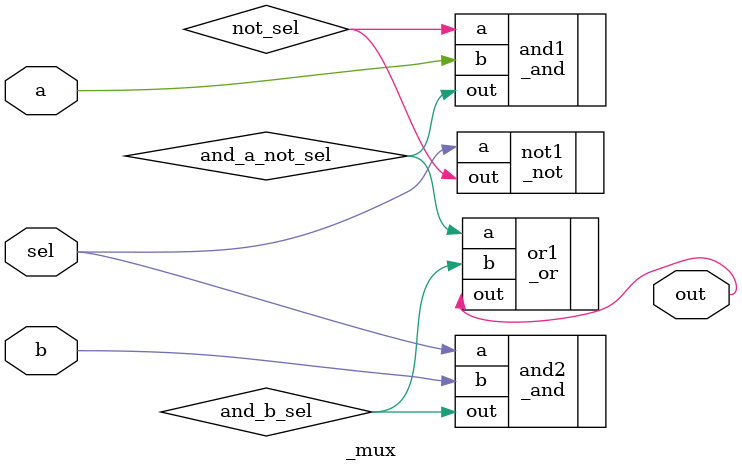
<source format=v>
module _mux(
    a,
    b,
    sel,
    out
);

input a;
input b;
input sel;
output out;

wire not_sel;
wire and_a_not_sel;
wire and_b_sel;

_not not1(.a(sel), .out(not_sel));
_and and1(.a(not_sel), .b(a), .out(and_a_not_sel));
_and and2(.a(sel), .b(b), .out(and_b_sel));
_or or1(.a(and_a_not_sel), .b(and_b_sel), .out(out));

endmodule
</source>
